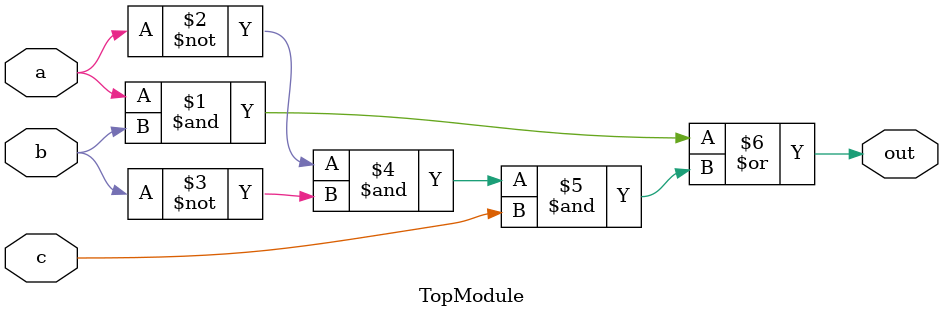
<source format=sv>

module TopModule(
  input a,  // Clock/clk
  input b,  // Clock/clk
  input c,  // Clock/clk
  output out // Output of the circuit
);

// Karnaugh map implementation based on the given description
assign out = (a & b) | ((~a & ~b) & c);

endmodule // End of TopModule module definition

// VERILOG-EVAL: errant inclusion of module definition

</source>
